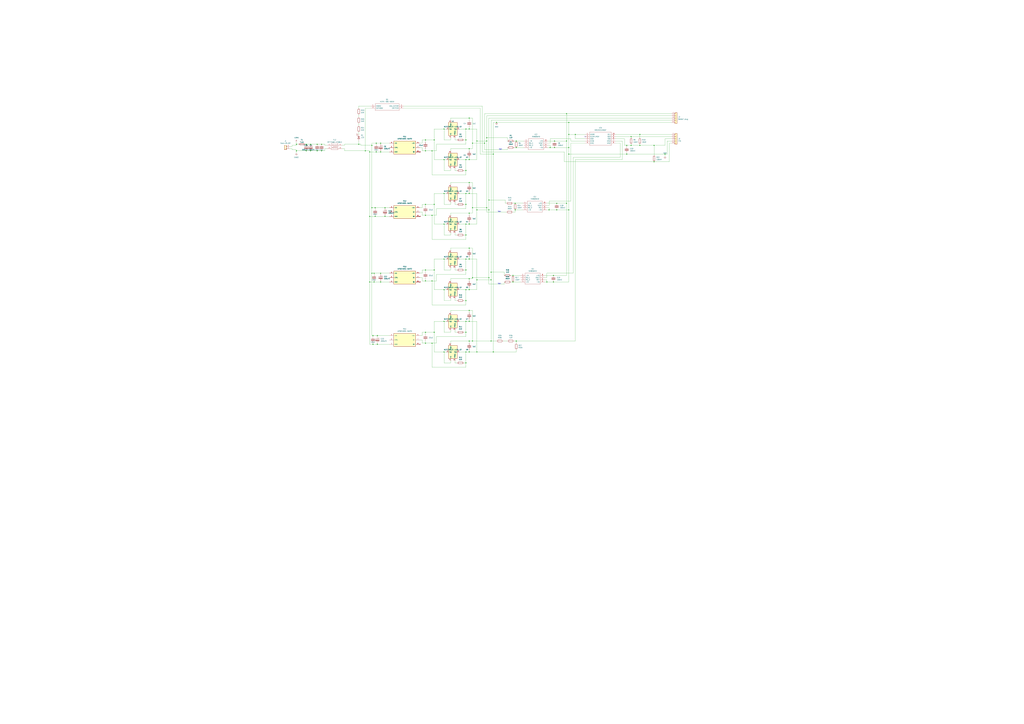
<source format=kicad_sch>
(kicad_sch (version 20230121) (generator eeschema)
  (paper "A0")
  (lib_symbols
    (symbol "1My_library:ADS1015IDGST" (pin_names (offset 0.762))
      (property "Reference" "IC" (at 31.75 7.62 0))
      (property "Value" "ADS1015IDGST" (at 31.75 5.08 0))
      (symbol "ADS1015IDGST_0_0"
        (pin passive line (at 0 0 0) (length 5.08) (name "ADDR") (number "1"))
        (pin passive line (at 35.56 0 180) (length 5.08) (name "SCL") (number "10"))
        (pin passive line (at 0 -2.54 0) (length 5.08) (name "ALERT/RDY") (number "2"))
        (pin passive line (at 0 -5.08 0) (length 5.08) (name "GND") (number "3"))
        (pin passive line (at 0 -7.62 0) (length 5.08) (name "AIN0") (number "4"))
        (pin passive line (at 0 -10.16 0) (length 5.08) (name "AIN1") (number "5"))
        (pin passive line (at 35.56 -10.16 180) (length 5.08) (name "AIN2") (number "6"))
        (pin passive line (at 35.56 -7.62 180) (length 5.08) (name "AIN3") (number "7"))
        (pin passive line (at 35.56 -5.08 180) (length 5.08) (name "VDD") (number "8"))
        (pin passive line (at 35.56 -2.54 180) (length 5.08) (name "SDA") (number "9"))
      )
    )
    (symbol "1My_library:DFT7160-475BLC" (pin_names (offset 0.762))
      (property "Reference" "FL" (at -3.81 7.62 0))
      (property "Value" "DFT7160-475BLC" (at 30.48 5.08 0))
      (symbol "DFT7160-475BLC_1_0"
        (pin passive line (at -8.89 1.27 0) (length 5.08) (name "") (number "1"))
        (pin passive line (at -8.89 -2.54 0) (length 5.08) (name "") (number "2"))
        (pin passive line (at 8.89 -2.54 180) (length 5.08) (name "") (number "3"))
        (pin passive line (at 8.89 1.27 180) (length 5.08) (name "") (number "4"))
      )
    )
    (symbol "1My_library:HCPL-181-00DE" (pin_names (offset 0.762))
      (property "Reference" "Q" (at 34.29 7.62 0))
      (property "Value" "HCPL-181-00DE" (at 34.29 5.08 0))
      (symbol "HCPL-181-00DE_0_0"
        (pin passive line (at 0 0 0) (length 5.08) (name "ANODE") (number "1"))
        (pin passive line (at 0 -2.54 0) (length 5.08) (name "CATHODE") (number "2"))
        (pin passive line (at 38.1 -2.54 180) (length 5.08) (name "EMITTER") (number "3"))
        (pin passive line (at 38.1 0 180) (length 5.08) (name "COLLECTOR") (number "4"))
      )
    )
    (symbol "1My_library:INA826AID" (pin_names (offset 0.762))
      (property "Reference" "IC" (at 24.13 7.62 0))
      (property "Value" "INA826AID" (at 24.13 5.08 0))
      (symbol "INA826AID_0_0"
        (pin passive line (at 0 0 0) (length 5.08) (name "-IN") (number "1"))
        (pin passive line (at 0 -2.54 0) (length 5.08) (name "RG_1") (number "2"))
        (pin passive line (at 0 -5.08 0) (length 5.08) (name "RG_2") (number "3"))
        (pin passive line (at 0 -7.62 0) (length 5.08) (name "+IN") (number "4"))
        (pin passive line (at 27.94 -7.62 180) (length 5.08) (name "-VS") (number "5"))
        (pin passive line (at 27.94 -5.08 180) (length 5.08) (name "REF") (number "6"))
        (pin passive line (at 27.94 -2.54 180) (length 5.08) (name "VOUT") (number "7"))
        (pin passive line (at 27.94 0 180) (length 5.08) (name "+VS") (number "8"))
      )
    )
    (symbol "1My_library:URB2405S-6WR3" (pin_names (offset 1.016))
      (property "Reference" "PS" (at -12.7 8.89 0))
      (property "Value" "URB2405S-6WR3" (at -12.7 -10.16 0))
      (symbol "URB2405S-6WR3_0_0"
        (pin power_in line (at -17.78 -5.08 0) (length 5.08) (name "GND") (number "1"))
        (pin input line (at -17.78 5.08 0) (length 5.08) (name "VIN") (number "2"))
        (pin input line (at -17.78 0 0) (length 5.08) (name "CTRL") (number "3"))
        (pin no_connect line (at 17.78 -5.08 180) (length 5.08) (name "NC") (number "5"))
        (pin output line (at 17.78 5.08 180) (length 5.08) (name "+VO") (number "6"))
        (pin passive line (at 17.78 0 180) (length 5.08) (name "0V") (number "7"))
        (pin no_connect line (at 17.78 -5.08 180) (length 5.08) (name "NC") (number "8"))
      )
    )
    (symbol "Battery_Management:MCP73812T-420I-OT"
      (property "Reference" "U" (at -6.35 6.35 0))
      (property "Value" "MCP73812T-420I-OT" (at 1.27 6.35 0))
      (symbol "MCP73812T-420I-OT_1_1"
        (pin input line (at -10.16 2.54 0) (length 2.54) (name "CE") (number "1"))
        (pin power_in line (at 0 -7.62 90) (length 2.54) (name "V_{SS}") (number "2"))
        (pin power_out line (at 10.16 2.54 180) (length 2.54) (name "V_{BAT}") (number "3"))
        (pin power_in line (at 0 7.62 270) (length 2.54) (name "V_{DD}") (number "4"))
        (pin input line (at -10.16 -2.54 0) (length 2.54) (name "PROG") (number "5"))
      )
    )
    (symbol "C_1" (pin_numbers hide) (pin_names (offset 0.254))
      (property "Reference" "C" (at 0.635 2.54 0))
      (property "Value" "C" (at 0.635 -2.54 0))
      (symbol "C_1_1_1"
        (pin passive line (at 0 3.81 270) (length 2.794) (name "~") (number "1"))
        (pin passive line (at 0 -3.81 90) (length 2.794) (name "~") (number "2"))
      )
    )
    (symbol "Connector_Generic:Conn_01x02" (pin_names (offset 1.016) hide)
      (property "Reference" "J" (at 0 2.54 0))
      (property "Value" "Conn_01x02" (at 0 -5.08 0))
      (symbol "Conn_01x02_1_1"
        (pin passive line (at -5.08 0 0) (length 3.81) (name "Pin_1") (number "1"))
        (pin passive line (at -5.08 -2.54 0) (length 3.81) (name "Pin_2") (number "2"))
      )
    )
    (symbol "Connector_Generic:Conn_01x05" (pin_names (offset 1.016) hide)
      (property "Reference" "J" (at 0 7.62 0))
      (property "Value" "Conn_01x05" (at 0 -7.62 0))
      (symbol "Conn_01x05_1_1"
        (pin passive line (at -5.08 5.08 0) (length 3.81) (name "Pin_1") (number "1"))
        (pin passive line (at -5.08 2.54 0) (length 3.81) (name "Pin_2") (number "2"))
        (pin passive line (at -5.08 0 0) (length 3.81) (name "Pin_3") (number "3"))
        (pin passive line (at -5.08 -2.54 0) (length 3.81) (name "Pin_4") (number "4"))
        (pin passive line (at -5.08 -5.08 0) (length 3.81) (name "Pin_5") (number "5"))
      )
    )
    (symbol "Device:C" (pin_numbers hide) (pin_names (offset 0.254))
      (property "Reference" "C" (at 0.635 2.54 0))
      (property "Value" "C" (at 0.635 -2.54 0))
      (symbol "C_1_1"
        (pin passive line (at 0 3.81 270) (length 2.794) (name "~") (number "1"))
        (pin passive line (at 0 -3.81 90) (length 2.794) (name "~") (number "2"))
      )
    )
    (symbol "Device:Fuse" (pin_numbers hide) (pin_names (offset 0))
      (property "Reference" "F" (at 2.032 0 90))
      (property "Value" "Fuse" (at -1.905 0 90))
      (symbol "Fuse_1_1"
        (pin passive line (at 0 3.81 270) (length 1.27) (name "~") (number "1"))
        (pin passive line (at 0 -3.81 90) (length 1.27) (name "~") (number "2"))
      )
    )
    (symbol "Device:LED" (pin_numbers hide) (pin_names (offset 1.016) hide)
      (property "Reference" "D" (at 0 2.54 0))
      (property "Value" "LED" (at 0 -2.54 0))
      (symbol "LED_1_1"
        (pin passive line (at -3.81 0 0) (length 2.54) (name "K") (number "1"))
        (pin passive line (at 3.81 0 180) (length 2.54) (name "A") (number "2"))
      )
    )
    (symbol "Device:R" (pin_numbers hide) (pin_names (offset 0))
      (property "Reference" "R" (at 2.032 0 90))
      (property "Value" "R" (at 0 0 90))
      (symbol "R_1_1"
        (pin passive line (at 0 3.81 270) (length 1.27) (name "~") (number "1"))
        (pin passive line (at 0 -3.81 90) (length 1.27) (name "~") (number "2"))
      )
    )
    (symbol "PCM_SL_Devices:Capacitor_PO"
      (property "Reference" "C" (at 0 7.62 0))
      (property "Value" "Capacitor_PO" (at 0 5.08 0))
      (symbol "Capacitor_PO_0_0"
        (text "+" (at -2.032 1.524 0) (effects (font (size 1.27 1.27))))
        (text "-" (at 2.032 1.524 0) (effects (font (size 1.27 1.27))))
      )
      (symbol "Capacitor_PO_1_1"
        (pin passive line (at -3.81 0 0) (length 2.7) (name "~") (number "1"))
        (pin input line (at 3.81 0 180) (length 2.7) (name "~") (number "2"))
      )
    )
    (symbol "power:+24V" (power) (pin_names (offset 0))
      (property "Value" "+24V" (at 0 3.556 0))
      (symbol "+24V_1_1"
        (pin power_in line (at 0 0 90) (length 0) hide (name "+24V") (number "1"))
      )
    )
    (symbol "power:GND" (power) (pin_names (offset 0))
      (property "Value" "GND" (at 0 -3.81 0))
      (symbol "GND_1_1"
        (pin power_in line (at 0 0 270) (length 0) hide (name "GND") (number "1"))
      )
    )
    (symbol "power:GND2" (power) (pin_names (offset 0))
      (property "Value" "GND2" (at 0 -3.81 0))
      (symbol "GND2_1_1"
        (pin power_in line (at 0 0 270) (length 0) hide (name "GND2") (number "1"))
      )
    )
  )
  (junction (at 570.23 396.24))
  (junction (at 759.46 168.91))
  (junction (at 660.4 171.45))
  (junction (at 515.62 149.86))
  (junction (at 657.86 132.08))
  (junction (at 772.16 179.07))
  (junction (at 433.07 389.89))
  (junction (at 504.19 313.69))
  (junction (at 548.64 322.58))
  (junction (at 570.23 325.12))
  (junction (at 494.03 386.08))
  (junction (at 660.4 142.24))
  (junction (at 544.83 373.38))
  (junction (at 637.54 243.84))
  (junction (at 742.95 168.91))
  (junction (at 515.62 185.42))
  (junction (at 360.68 167.64))
  (junction (at 435.61 241.3))
  (junction (at 544.83 288.29))
  (junction (at 544.83 185.42))
  (junction (at 668.02 156.21))
  (junction (at 438.15 400.05))
  (junction (at 642.62 320.04))
  (junction (at 598.17 243.84))
  (junction (at 515.62 373.38))
  (junction (at 660.4 243.84))
  (junction (at 515.62 336.55))
  (junction (at 732.79 168.91))
  (junction (at 727.71 168.91))
  (junction (at 727.71 179.07))
  (junction (at 570.23 316.23))
  (junction (at 565.15 160.02))
  (junction (at 544.83 408.94))
  (junction (at 598.17 236.22))
  (junction (at 515.62 300.99))
  (junction (at 541.02 198.12))
  (junction (at 657.86 163.83))
  (junction (at 541.02 162.56))
  (junction (at 544.83 149.86))
  (junction (at 541.02 336.55))
  (junction (at 599.44 396.24))
  (junction (at 447.04 251.46))
  (junction (at 643.89 163.83))
  (junction (at 742.95 156.21))
  (junction (at 572.77 179.07))
  (junction (at 494.03 237.49))
  (junction (at 567.69 243.84))
  (junction (at 553.72 243.84))
  (junction (at 494.03 175.26))
  (junction (at 562.61 166.37))
  (junction (at 441.96 327.66))
  (junction (at 541.02 224.79))
  (junction (at 344.17 175.26))
  (junction (at 544.83 212.09))
  (junction (at 544.83 396.24))
  (junction (at 595.63 320.04))
  (junction (at 544.83 172.72))
  (junction (at 643.89 171.45))
  (junction (at 434.34 327.66))
  (junction (at 429.26 251.46))
  (junction (at 642.62 327.66))
  (junction (at 541.02 273.05))
  (junction (at 548.64 166.37))
  (junction (at 438.15 389.89))
  (junction (at 355.6 167.64))
  (junction (at 429.26 327.66))
  (junction (at 541.02 149.86))
  (junction (at 494.03 398.78))
  (junction (at 494.03 162.56))
  (junction (at 657.86 236.22))
  (junction (at 368.3 167.64))
  (junction (at 433.07 400.05))
  (junction (at 431.8 241.3))
  (junction (at 548.64 241.3))
  (junction (at 360.68 175.26))
  (junction (at 541.02 386.08))
  (junction (at 501.65 326.39))
  (junction (at 373.38 167.64))
  (junction (at 515.62 224.79))
  (junction (at 436.88 176.53))
  (junction (at 441.96 317.5))
  (junction (at 494.03 326.39))
  (junction (at 599.44 171.45))
  (junction (at 541.02 237.49))
  (junction (at 541.02 260.35))
  (junction (at 544.83 336.55))
  (junction (at 553.72 163.83))
  (junction (at 567.69 232.41))
  (junction (at 429.26 176.53))
  (junction (at 436.88 166.37))
  (junction (at 595.63 327.66))
  (junction (at 576.58 142.24))
  (junction (at 501.65 398.78))
  (junction (at 548.64 396.24))
  (junction (at 646.43 243.84))
  (junction (at 494.03 313.69))
  (junction (at 355.6 175.26))
  (junction (at 732.79 158.75))
  (junction (at 544.83 300.99))
  (junction (at 646.43 236.22))
  (junction (at 515.62 260.35))
  (junction (at 567.69 322.58))
  (junction (at 572.77 408.94))
  (junction (at 635 327.66))
  (junction (at 541.02 185.42))
  (junction (at 373.38 175.26))
  (junction (at 553.72 325.12))
  (junction (at 431.8 168.91))
  (junction (at 504.19 386.08))
  (junction (at 541.02 349.25))
  (junction (at 424.18 175.26))
  (junction (at 515.62 408.94))
  (junction (at 368.3 175.26))
  (junction (at 344.17 167.64))
  (junction (at 416.56 167.64))
  (junction (at 638.81 171.45))
  (junction (at 660.4 179.07))
  (junction (at 501.65 175.26))
  (junction (at 504.19 162.56))
  (junction (at 541.02 313.69))
  (junction (at 501.65 250.19))
  (junction (at 447.04 241.3))
  (junction (at 544.83 224.79))
  (junction (at 565.15 163.83))
  (junction (at 494.03 250.19))
  (junction (at 553.72 408.94))
  (junction (at 541.02 300.99))
  (junction (at 759.46 187.96))
  (junction (at 504.19 237.49))
  (junction (at 544.83 260.35))
  (junction (at 544.83 360.68))
  (junction (at 544.83 323.85))
  (junction (at 541.02 408.94))
  (junction (at 544.83 247.65))
  (junction (at 441.96 176.53))
  (junction (at 434.34 317.5))
  (junction (at 431.8 317.5))
  (junction (at 541.02 421.64))
  (junction (at 660.4 156.21))
  (junction (at 544.83 137.16))
  (junction (at 565.15 241.3))
  (junction (at 541.02 373.38))
  (junction (at 435.61 251.46))
  (junction (at 599.44 163.83))
  (junction (at 441.96 166.37))
  (no_connect (at 679.45 158.75))
  (wire (pts (xy 585.47 316.23) (xy 585.47 320.04)))
  (wire (pts (xy 344.17 167.64) (xy 344.17 168.91)))
  (wire (pts (xy 662.94 233.68) (xy 637.54 233.68)))
  (wire (pts (xy 441.96 317.5) (xy 441.96 318.77)))
  (wire (pts (xy 570.23 396.24) (xy 548.64 396.24)))
  (wire (pts (xy 598.17 236.22) (xy 607.06 236.22)))
  (wire (pts (xy 373.38 167.64) (xy 377.19 167.64)))
  (wire (pts (xy 567.69 232.41) (xy 567.69 243.84)))
  (wire (pts (xy 538.48 349.25) (xy 541.02 349.25)))
  (wire (pts (xy 424.18 175.26) (xy 429.26 175.26)))
  (wire (pts (xy 487.68 394.97) (xy 490.22 394.97)))
  (wire (pts (xy 662.94 163.83) (xy 679.45 163.83)))
  (wire (pts (xy 523.24 237.49) (xy 515.62 237.49)))
  (wire (pts (xy 538.48 237.49) (xy 541.02 237.49)))
  (wire (pts (xy 515.62 149.86) (xy 518.16 149.86)))
  (wire (pts (xy 662.94 166.37) (xy 662.94 233.68)))
  (wire (pts (xy 544.83 172.72) (xy 544.83 175.26)))
  (wire (pts (xy 570.23 325.12) (xy 570.23 396.24)))
  (wire (pts (xy 657.86 236.22) (xy 657.86 320.04)))
  (wire (pts (xy 431.8 317.5) (xy 431.8 389.89)))
  (wire (pts (xy 523.24 323.85) (xy 544.83 323.85)))
  (wire (pts (xy 565.15 160.02) (xy 589.28 160.02)))
  (wire (pts (xy 424.18 125.73) (xy 424.18 175.26)))
  (wire (pts (xy 504.19 224.79) (xy 504.19 237.49)))
  (wire (pts (xy 434.34 317.5) (xy 434.34 318.77)))
  (wire (pts (xy 759.46 168.91) (xy 772.16 168.91)))
  (wire (pts (xy 431.8 241.3) (xy 431.8 317.5)))
  (wire (pts (xy 360.68 167.64) (xy 368.3 167.64)))
  (wire (pts (xy 368.3 175.26) (xy 373.38 175.26)))
  (wire (pts (xy 668.02 185.42) (xy 722.63 185.42)))
  (wire (pts (xy 596.9 396.24) (xy 599.44 396.24)))
  (wire (pts (xy 436.88 175.26) (xy 436.88 176.53)))
  (wire (pts (xy 523.24 273.05) (xy 515.62 273.05)))
  (wire (pts (xy 679.45 166.37) (xy 662.94 166.37)))
  (wire (pts (xy 679.45 156.21) (xy 668.02 156.21)))
  (wire (pts (xy 541.02 426.72) (xy 541.02 421.64)))
  (wire (pts (xy 490.22 237.49) (xy 490.22 241.3)))
  (wire (pts (xy 732.79 167.64) (xy 732.79 168.91)))
  (wire (pts (xy 595.63 236.22) (xy 598.17 236.22)))
  (wire (pts (xy 523.24 383.54) (xy 523.24 386.08)))
  (wire (pts (xy 441.96 166.37) (xy 452.12 166.37)))
  (wire (pts (xy 504.19 162.56) (xy 504.19 185.42)))
  (wire (pts (xy 424.18 125.73) (xy 430.53 125.73)))
  (wire (pts (xy 528.32 383.54) (xy 528.32 386.08)))
  (wire (pts (xy 548.64 322.58) (xy 548.64 323.85)))
  (wire (pts (xy 494.03 323.85) (xy 494.03 326.39)))
  (wire (pts (xy 436.88 166.37) (xy 436.88 167.64)))
  (wire (pts (xy 732.79 168.91) (xy 742.95 168.91)))
  (wire (pts (xy 506.73 167.64) (xy 506.73 175.26)))
  (wire (pts (xy 655.32 187.96) (xy 759.46 187.96)))
  (wire (pts (xy 541.02 318.77) (xy 541.02 313.69)))
  (wire (pts (xy 727.71 168.91) (xy 725.17 168.91)))
  (wire (pts (xy 490.22 313.69) (xy 494.03 313.69)))
  (wire (pts (xy 436.88 166.37) (xy 441.96 166.37)))
  (wire (pts (xy 523.24 421.64) (xy 515.62 421.64)))
  (wire (pts (xy 429.26 327.66) (xy 429.26 400.05)))
  (wire (pts (xy 528.32 311.15) (xy 528.32 313.69)))
  (wire (pts (xy 632.46 322.58) (xy 635 322.58)))
  (wire (pts (xy 434.34 326.39) (xy 434.34 327.66)))
  (wire (pts (xy 435.61 241.3) (xy 447.04 241.3)))
  (wire (pts (xy 523.24 313.69) (xy 515.62 313.69)))
  (wire (pts (xy 774.7 163.83) (xy 779.78 163.83)))
  (wire (pts (xy 553.72 325.12) (xy 553.72 336.55)))
  (wire (pts (xy 541.02 300.99) (xy 544.83 300.99)))
  (wire (pts (xy 490.22 386.08) (xy 490.22 389.89)))
  (wire (pts (xy 447.04 241.3) (xy 447.04 242.57)))
  (wire (pts (xy 501.65 326.39) (xy 501.65 354.33)))
  (wire (pts (xy 447.04 250.19) (xy 447.04 251.46)))
  (wire (pts (xy 544.83 360.68) (xy 548.64 360.68)))
  (wire (pts (xy 431.8 389.89) (xy 433.07 389.89)))
  (wire (pts (xy 490.22 317.5) (xy 487.68 317.5)))
  (wire (pts (xy 490.22 171.45) (xy 490.22 175.26)))
  (wire (pts (xy 772.16 179.07) (xy 774.7 179.07)))
  (wire (pts (xy 419.1 168.91) (xy 431.8 168.91)))
  (wire (pts (xy 599.44 171.45) (xy 608.33 171.45)))
  (wire (pts (xy 538.48 313.69) (xy 541.02 313.69)))
  (wire (pts (xy 344.17 175.26) (xy 344.17 173.99)))
  (wire (pts (xy 336.55 170.18) (xy 339.09 170.18)))
  (wire (pts (xy 544.83 300.99) (xy 553.72 300.99)))
  (wire (pts (xy 544.83 212.09) (xy 548.64 212.09)))
  (wire (pts (xy 515.62 224.79) (xy 518.16 224.79)))
  (wire (pts (xy 528.32 421.64) (xy 530.86 421.64)))
  (wire (pts (xy 774.7 179.07) (xy 774.7 163.83)))
  (wire (pts (xy 548.64 166.37) (xy 562.61 166.37)))
  (wire (pts (xy 504.19 237.49) (xy 504.19 260.35)))
  (wire (pts (xy 504.19 224.79) (xy 515.62 224.79)))
  (wire (pts (xy 515.62 421.64) (xy 515.62 408.94)))
  (wire (pts (xy 657.86 132.08) (xy 657.86 163.83)))
  (wire (pts (xy 567.69 330.2) (xy 567.69 322.58)))
  (wire (pts (xy 642.62 320.04) (xy 657.86 320.04)))
  (wire (pts (xy 541.02 349.25) (xy 541.02 336.55)))
  (wire (pts (xy 344.17 167.64) (xy 346.71 167.64)))
  (wire (pts (xy 538.48 162.56) (xy 541.02 162.56)))
  (wire (pts (xy 431.8 317.5) (xy 434.34 317.5)))
  (wire (pts (xy 742.95 167.64) (xy 742.95 168.91)))
  (wire (pts (xy 636.27 171.45) (xy 638.81 171.45)))
  (wire (pts (xy 567.69 243.84) (xy 567.69 322.58)))
  (wire (pts (xy 523.24 212.09) (xy 544.83 212.09)))
  (wire (pts (xy 548.64 241.3) (xy 548.64 247.65)))
  (wire (pts (xy 501.65 250.19) (xy 506.73 250.19)))
  (wire (pts (xy 599.44 408.94) (xy 572.77 408.94)))
  (wire (pts (xy 538.48 386.08) (xy 541.02 386.08)))
  (wire (pts (xy 441.96 175.26) (xy 441.96 176.53)))
  (wire (pts (xy 494.03 162.56) (xy 504.19 162.56)))
  (wire (pts (xy 468.63 125.73) (xy 557.53 125.73)))
  (wire (pts (xy 523.24 349.25) (xy 515.62 349.25)))
  (wire (pts (xy 635 236.22) (xy 646.43 236.22)))
  (wire (pts (xy 544.83 137.16) (xy 548.64 137.16)))
  (wire (pts (xy 504.19 336.55) (xy 515.62 336.55)))
  (wire (pts (xy 662.94 163.83) (xy 662.94 161.29)))
  (wire (pts (xy 416.56 163.83) (xy 416.56 167.64)))
  (wire (pts (xy 668.02 156.21) (xy 668.02 161.29)))
  (wire (pts (xy 504.19 408.94) (xy 515.62 408.94)))
  (wire (pts (xy 585.47 327.66) (xy 585.47 330.2)))
  (wire (pts (xy 501.65 175.26) (xy 506.73 175.26)))
  (wire (pts (xy 400.05 172.72) (xy 397.51 172.72)))
  (wire (pts (xy 553.72 373.38) (xy 553.72 408.94)))
  (wire (pts (xy 523.24 311.15) (xy 523.24 313.69)))
  (wire (pts (xy 544.83 336.55) (xy 553.72 336.55)))
  (wire (pts (xy 490.22 394.97) (xy 490.22 398.78)))
  (wire (pts (xy 339.09 168.91) (xy 344.17 168.91)))
  (wire (pts (xy 541.02 260.35) (xy 544.83 260.35)))
  (wire (pts (xy 541.02 278.13) (xy 541.02 273.05)))
  (wire (pts (xy 538.48 273.05) (xy 541.02 273.05)))
  (wire (pts (xy 637.54 241.3) (xy 637.54 243.84)))
  (wire (pts (xy 638.81 161.29) (xy 638.81 166.37)))
  (wire (pts (xy 431.8 168.91) (xy 431.8 241.3)))
  (wire (pts (xy 548.64 241.3) (xy 565.15 241.3)))
  (wire (pts (xy 494.03 326.39) (xy 501.65 326.39)))
  (wire (pts (xy 339.09 172.72) (xy 339.09 173.99)))
  (wire (pts (xy 576.58 142.24) (xy 660.4 142.24)))
  (wire (pts (xy 528.32 313.69) (xy 530.86 313.69)))
  (wire (pts (xy 523.24 139.7) (xy 523.24 137.16)))
  (wire (pts (xy 400.05 167.64) (xy 400.05 168.91)))
  (wire (pts (xy 523.24 288.29) (xy 544.83 288.29)))
  (wire (pts (xy 562.61 173.99) (xy 589.28 173.99)))
  (wire (pts (xy 544.83 212.09) (xy 544.83 214.63)))
  (wire (pts (xy 635 317.5) (xy 665.48 317.5)))
  (wire (pts (xy 720.09 182.88) (xy 720.09 166.37)))
  (wire (pts (xy 570.23 325.12) (xy 570.23 316.23)))
  (wire (pts (xy 429.26 327.66) (xy 434.34 327.66)))
  (wire (pts (xy 544.83 172.72) (xy 548.64 172.72)))
  (wire (pts (xy 544.83 137.16) (xy 544.83 139.7)))
  (wire (pts (xy 732.79 158.75) (xy 779.78 158.75)))
  (wire (pts (xy 431.8 166.37) (xy 431.8 168.91)))
  (wire (pts (xy 553.72 163.83) (xy 565.15 163.83)))
  (wire (pts (xy 548.64 137.16) (xy 548.64 166.37)))
  (wire (pts (xy 589.28 173.99) (xy 589.28 171.45)))
  (wire (pts (xy 548.64 322.58) (xy 567.69 322.58)))
  (wire (pts (xy 599.44 163.83) (xy 608.33 163.83)))
  (wire (pts (xy 494.03 316.23) (xy 494.03 313.69)))
  (wire (pts (xy 528.32 273.05) (xy 530.86 273.05)))
  (wire (pts (xy 777.24 166.37) (xy 779.78 166.37)))
  (wire (pts (xy 570.23 316.23) (xy 570.23 139.7)))
  (wire (pts (xy 567.69 232.41) (xy 586.74 232.41)))
  (wire (pts (xy 504.19 386.08) (xy 504.19 408.94)))
  (wire (pts (xy 354.33 167.64) (xy 355.6 167.64)))
  (wire (pts (xy 541.02 185.42) (xy 544.83 185.42)))
  (wire (pts (xy 506.73 391.16) (xy 506.73 398.78)))
  (wire (pts (xy 501.65 398.78) (xy 501.65 426.72)))
  (wire (pts (xy 588.01 246.38) (xy 565.15 246.38)))
  (wire (pts (xy 562.61 132.08) (xy 657.86 132.08)))
  (wire (pts (xy 501.65 354.33) (xy 541.02 354.33)))
  (wire (pts (xy 646.43 236.22) (xy 657.86 236.22)))
  (wire (pts (xy 567.69 137.16) (xy 567.69 232.41)))
  (wire (pts (xy 523.24 162.56) (xy 515.62 162.56)))
  (wire (pts (xy 377.19 167.64) (xy 377.19 168.91)))
  (wire (pts (xy 523.24 234.95) (xy 523.24 237.49)))
  (wire (pts (xy 490.22 166.37) (xy 487.68 166.37)))
  (wire (pts (xy 435.61 250.19) (xy 435.61 251.46)))
  (wire (pts (xy 635 238.76) (xy 637.54 238.76)))
  (wire (pts (xy 355.6 167.64) (xy 360.68 167.64)))
  (wire (pts (xy 586.74 236.22) (xy 588.01 236.22)))
  (wire (pts (xy 515.62 162.56) (xy 515.62 149.86)))
  (wire (pts (xy 504.19 149.86) (xy 504.19 162.56)))
  (wire (pts (xy 660.4 179.07) (xy 660.4 243.84)))
  (wire (pts (xy 501.65 278.13) (xy 541.02 278.13)))
  (wire (pts (xy 727.71 168.91) (xy 732.79 168.91)))
  (wire (pts (xy 515.62 300.99) (xy 518.16 300.99)))
  (wire (pts (xy 538.48 198.12) (xy 541.02 198.12)))
  (wire (pts (xy 515.62 386.08) (xy 515.62 373.38)))
  (wire (pts (xy 544.83 247.65) (xy 544.83 250.19)))
  (wire (pts (xy 438.15 389.89) (xy 438.15 391.16)))
  (wire (pts (xy 431.8 241.3) (xy 435.61 241.3)))
  (wire (pts (xy 339.09 168.91) (xy 339.09 170.18)))
  (wire (pts (xy 490.22 175.26) (xy 494.03 175.26)))
  (wire (pts (xy 523.24 346.71) (xy 523.24 349.25)))
  (wire (pts (xy 541.02 336.55) (xy 533.4 336.55)))
  (wire (pts (xy 599.44 396.24) (xy 668.02 396.24)))
  (wire (pts (xy 429.26 251.46) (xy 429.26 327.66)))
  (wire (pts (xy 494.03 240.03) (xy 494.03 237.49)))
  (wire (pts (xy 541.02 408.94) (xy 533.4 408.94)))
  (wire (pts (xy 501.65 398.78) (xy 506.73 398.78)))
  (wire (pts (xy 434.34 317.5) (xy 441.96 317.5)))
  (wire (pts (xy 638.81 166.37) (xy 636.27 166.37)))
  (wire (pts (xy 523.24 198.12) (xy 515.62 198.12)))
  (wire (pts (xy 635 241.3) (xy 637.54 241.3)))
  (wire (pts (xy 506.73 391.16) (xy 541.02 391.16)))
  (wire (pts (xy 523.24 290.83) (xy 523.24 288.29)))
  (wire (pts (xy 593.09 320.04) (xy 595.63 320.04)))
  (wire (pts (xy 544.83 288.29) (xy 548.64 288.29)))
  (wire (pts (xy 553.72 224.79) (xy 553.72 243.84)))
  (wire (pts (xy 501.65 203.2) (xy 541.02 203.2)))
  (wire (pts (xy 665.48 317.5) (xy 665.48 182.88)))
  (wire (pts (xy 523.24 398.78) (xy 523.24 396.24)))
  (wire (pts (xy 541.02 408.94) (xy 544.83 408.94)))
  (wire (pts (xy 429.26 251.46) (xy 435.61 251.46)))
  (wire (pts (xy 434.34 327.66) (xy 441.96 327.66)))
  (wire (pts (xy 501.65 175.26) (xy 501.65 203.2)))
  (wire (pts (xy 468.63 123.19) (xy 560.07 123.19)))
  (wire (pts (xy 544.83 260.35) (xy 553.72 260.35)))
  (wire (pts (xy 490.22 398.78) (xy 494.03 398.78)))
  (wire (pts (xy 506.73 242.57) (xy 506.73 250.19)))
  (wire (pts (xy 715.01 161.29) (xy 725.17 161.29)))
  (wire (pts (xy 344.17 175.26) (xy 355.6 175.26)))
  (wire (pts (xy 506.73 318.77) (xy 506.73 326.39)))
  (wire (pts (xy 560.07 176.53) (xy 655.32 176.53)))
  (wire (pts (xy 544.83 396.24) (xy 548.64 396.24)))
  (wire (pts (xy 419.1 167.64) (xy 419.1 168.91)))
  (wire (pts (xy 435.61 241.3) (xy 435.61 242.57)))
  (wire (pts (xy 523.24 363.22) (xy 523.24 360.68)))
  (wire (pts (xy 541.02 242.57) (xy 541.02 237.49)))
  (wire (pts (xy 553.72 300.99) (xy 553.72 325.12)))
  (wire (pts (xy 544.83 182.88) (xy 544.83 185.42)))
  (wire (pts (xy 429.26 400.05) (xy 433.07 400.05)))
  (wire (pts (xy 504.19 149.86) (xy 515.62 149.86)))
  (wire (pts (xy 416.56 167.64) (xy 419.1 167.64)))
  (wire (pts (xy 635 327.66) (xy 642.62 327.66)))
  (wire (pts (xy 722.63 163.83) (xy 715.01 163.83)))
  (wire (pts (xy 722.63 185.42) (xy 722.63 163.83)))
  (wire (pts (xy 742.95 156.21) (xy 742.95 160.02)))
  (wire (pts (xy 544.83 257.81) (xy 544.83 260.35)))
  (wire (pts (xy 541.02 336.55) (xy 544.83 336.55)))
  (wire (pts (xy 657.86 132.08) (xy 779.78 132.08)))
  (wire (pts (xy 368.3 167.64) (xy 373.38 167.64)))
  (wire (pts (xy 494.03 172.72) (xy 494.03 175.26)))
  (wire (pts (xy 599.44 398.78) (xy 599.44 396.24)))
  (wire (pts (xy 572.77 142.24) (xy 572.77 179.07)))
  (wire (pts (xy 373.38 175.26) (xy 377.19 175.26)))
  (wire (pts (xy 441.96 166.37) (xy 441.96 167.64)))
  (wire (pts (xy 494.03 388.62) (xy 494.03 386.08)))
  (wire (pts (xy 544.83 247.65) (xy 548.64 247.65)))
  (wire (pts (xy 528.32 419.1) (xy 528.32 421.64)))
  (wire (pts (xy 660.4 156.21) (xy 660.4 171.45)))
  (wire (pts (xy 515.62 237.49) (xy 515.62 224.79)))
  (wire (pts (xy 541.02 149.86) (xy 544.83 149.86)))
  (wire (pts (xy 727.71 179.07) (xy 772.16 179.07)))
  (wire (pts (xy 544.83 222.25) (xy 544.83 224.79)))
  (wire (pts (xy 720.09 166.37) (xy 715.01 166.37)))
  (wire (pts (xy 541.02 260.35) (xy 533.4 260.35)))
  (wire (pts (xy 562.61 166.37) (xy 562.61 173.99)))
  (wire (pts (xy 515.62 313.69) (xy 515.62 300.99)))
  (wire (pts (xy 548.64 288.29) (xy 548.64 322.58)))
  (wire (pts (xy 377.19 168.91) (xy 379.73 168.91)))
  (wire (pts (xy 544.83 323.85) (xy 544.83 326.39)))
  (wire (pts (xy 660.4 171.45) (xy 660.4 179.07)))
  (wire (pts (xy 515.62 373.38) (xy 518.16 373.38)))
  (wire (pts (xy 400.05 175.26) (xy 400.05 172.72)))
  (wire (pts (xy 494.03 165.1) (xy 494.03 162.56)))
  (wire (pts (xy 515.62 198.12) (xy 515.62 185.42)))
  (wire (pts (xy 416.56 133.35) (xy 416.56 135.89)))
  (wire (pts (xy 668.02 161.29) (xy 679.45 161.29)))
  (wire (pts (xy 553.72 163.83) (xy 553.72 185.42)))
  (wire (pts (xy 637.54 243.84) (xy 646.43 243.84)))
  (wire (pts (xy 400.05 175.26) (xy 424.18 175.26)))
  (wire (pts (xy 523.24 160.02) (xy 523.24 162.56)))
  (wire (pts (xy 487.68 322.58) (xy 490.22 322.58)))
  (wire (pts (xy 637.54 233.68) (xy 637.54 238.76)))
  (wire (pts (xy 528.32 346.71) (xy 528.32 349.25)))
  (wire (pts (xy 504.19 185.42) (xy 515.62 185.42)))
  (wire (pts (xy 523.24 195.58) (xy 523.24 198.12)))
  (wire (pts (xy 438.15 400.05) (xy 452.12 400.05)))
  (wire (pts (xy 657.86 163.83) (xy 657.86 236.22)))
  (wire (pts (xy 544.83 408.94) (xy 553.72 408.94)))
  (wire (pts (xy 557.53 125.73) (xy 557.53 179.07)))
  (wire (pts (xy 490.22 246.38) (xy 490.22 250.19)))
  (wire (pts (xy 360.68 175.26) (xy 368.3 175.26)))
  (wire (pts (xy 490.22 313.69) (xy 490.22 317.5)))
  (wire (pts (xy 662.94 161.29) (xy 638.81 161.29)))
  (wire (pts (xy 544.83 406.4) (xy 544.83 408.94)))
  (wire (pts (xy 447.04 251.46) (xy 452.12 251.46)))
  (wire (pts (xy 544.83 370.84) (xy 544.83 373.38)))
  (wire (pts (xy 490.22 386.08) (xy 494.03 386.08)))
  (wire (pts (xy 504.19 373.38) (xy 504.19 386.08)))
  (wire (pts (xy 544.83 288.29) (xy 544.83 290.83)))
  (wire (pts (xy 541.02 273.05) (xy 541.02 260.35)))
  (wire (pts (xy 490.22 241.3) (xy 487.68 241.3)))
  (wire (pts (xy 541.02 300.99) (xy 533.4 300.99)))
  (wire (pts (xy 504.19 300.99) (xy 504.19 313.69)))
  (wire (pts (xy 490.22 250.19) (xy 494.03 250.19)))
  (wire (pts (xy 528.32 195.58) (xy 528.32 198.12)))
  (wire (pts (xy 541.02 386.08) (xy 541.02 373.38)))
  (wire (pts (xy 660.4 142.24) (xy 779.78 142.24)))
  (wire (pts (xy 494.03 175.26) (xy 501.65 175.26)))
  (wire (pts (xy 725.17 161.29) (xy 725.17 168.91)))
  (wire (pts (xy 557.53 179.07) (xy 572.77 179.07)))
  (wire (pts (xy 506.73 242.57) (xy 541.02 242.57)))
  (wire (pts (xy 544.83 149.86) (xy 553.72 149.86)))
  (wire (pts (xy 589.28 160.02) (xy 589.28 163.83)))
  (wire (pts (xy 544.83 185.42) (xy 553.72 185.42)))
  (wire (pts (xy 541.02 391.16) (xy 541.02 386.08)))
  (wire (pts (xy 727.71 179.07) (xy 727.71 177.8)))
  (wire (pts (xy 544.83 334.01) (xy 544.83 336.55)))
  (wire (pts (xy 541.02 162.56) (xy 541.02 149.86)))
  (wire (pts (xy 504.19 260.35) (xy 515.62 260.35)))
  (wire (pts (xy 548.64 212.09) (xy 548.64 241.3)))
  (wire (pts (xy 377.19 175.26) (xy 377.19 172.72)))
  (wire (pts (xy 660.4 156.21) (xy 668.02 156.21)))
  (wire (pts (xy 515.62 349.25) (xy 515.62 336.55)))
  (wire (pts (xy 598.17 246.38) (xy 598.17 243.84)))
  (wire (pts (xy 523.24 172.72) (xy 544.83 172.72)))
  (wire (pts (xy 487.68 171.45) (xy 490.22 171.45)))
  (wire (pts (xy 548.64 360.68) (xy 548.64 396.24)))
  (wire (pts (xy 544.83 298.45) (xy 544.83 300.99)))
  (wire (pts (xy 435.61 251.46) (xy 447.04 251.46)))
  (wire (pts (xy 595.63 246.38) (xy 598.17 246.38)))
  (wire (pts (xy 572.77 142.24) (xy 576.58 142.24)))
  (wire (pts (xy 660.4 243.84) (xy 660.4 327.66)))
  (wire (pts (xy 544.83 147.32) (xy 544.83 149.86)))
  (wire (pts (xy 528.32 270.51) (xy 528.32 273.05)))
  (wire (pts (xy 441.96 326.39) (xy 441.96 327.66)))
  (wire (pts (xy 541.02 149.86) (xy 533.4 149.86)))
  (wire (pts (xy 416.56 123.19) (xy 416.56 125.73)))
  (wire (pts (xy 344.17 175.26) (xy 344.17 177.8)))
  (wire (pts (xy 655.32 176.53) (xy 655.32 187.96)))
  (wire (pts (xy 772.16 161.29) (xy 779.78 161.29)))
  (wire (pts (xy 523.24 270.51) (xy 523.24 273.05)))
  (wire (pts (xy 523.24 386.08) (xy 515.62 386.08)))
  (wire (pts (xy 544.83 396.24) (xy 544.83 398.78)))
  (wire (pts (xy 553.72 149.86) (xy 553.72 163.83)))
  (wire (pts (xy 429.26 175.26) (xy 429.26 176.53)))
  (wire (pts (xy 668.02 396.24) (xy 668.02 185.42)))
  (wire (pts (xy 506.73 318.77) (xy 541.02 318.77)))
  (wire (pts (xy 593.09 327.66) (xy 595.63 327.66)))
  (wire (pts (xy 553.72 243.84) (xy 567.69 243.84)))
  (wire (pts (xy 665.48 182.88) (xy 720.09 182.88)))
  (wire (pts (xy 541.02 373.38) (xy 544.83 373.38)))
  (wire (pts (xy 515.62 408.94) (xy 518.16 408.94)))
  (wire (pts (xy 490.22 322.58) (xy 490.22 326.39)))
  (wire (pts (xy 541.02 185.42) (xy 533.4 185.42)))
  (wire (pts (xy 528.32 162.56) (xy 530.86 162.56)))
  (wire (pts (xy 506.73 167.64) (xy 541.02 167.64)))
  (wire (pts (xy 638.81 168.91) (xy 638.81 171.45)))
  (wire (pts (xy 570.23 316.23) (xy 585.47 316.23)))
  (wire (pts (xy 759.46 180.34) (xy 759.46 168.91)))
  (wire (pts (xy 515.62 260.35) (xy 518.16 260.35)))
  (wire (pts (xy 504.19 373.38) (xy 515.62 373.38)))
  (wire (pts (xy 759.46 187.96) (xy 777.24 187.96)))
  (wire (pts (xy 715.01 156.21) (xy 742.95 156.21)))
  (wire (pts (xy 567.69 137.16) (xy 779.78 137.16)))
  (wire (pts (xy 565.15 163.83) (xy 565.15 241.3)))
  (wire (pts (xy 548.64 166.37) (xy 548.64 172.72)))
  (wire (pts (xy 715.01 158.75) (xy 732.79 158.75)))
  (wire (pts (xy 523.24 360.68) (xy 544.83 360.68)))
  (wire (pts (xy 355.6 175.26) (xy 360.68 175.26)))
  (wire (pts (xy 541.02 224.79) (xy 533.4 224.79)))
  (wire (pts (xy 572.77 179.07) (xy 572.77 408.94)))
  (wire (pts (xy 541.02 224.79) (xy 544.83 224.79)))
  (wire (pts (xy 523.24 326.39) (xy 523.24 323.85)))
  (wire (pts (xy 544.83 373.38) (xy 553.72 373.38)))
  (wire (pts (xy 553.72 325.12) (xy 570.23 325.12)))
  (wire (pts (xy 523.24 396.24) (xy 544.83 396.24)))
  (wire (pts (xy 777.24 166.37) (xy 777.24 187.96)))
  (wire (pts (xy 494.03 237.49) (xy 504.19 237.49)))
  (wire (pts (xy 515.62 185.42) (xy 518.16 185.42)))
  (wire (pts (xy 447.04 241.3) (xy 452.12 241.3)))
  (wire (pts (xy 638.81 171.45) (xy 643.89 171.45)))
  (wire (pts (xy 632.46 327.66) (xy 635 327.66)))
  (wire (pts (xy 635 325.12) (xy 635 327.66)))
  (wire (pts (xy 523.24 214.63) (xy 523.24 212.09)))
  (wire (pts (xy 544.83 323.85) (xy 548.64 323.85)))
  (wire (pts (xy 772.16 168.91) (xy 772.16 161.29)))
  (wire (pts (xy 779.78 134.62) (xy 565.15 134.62)))
  (wire (pts (xy 344.17 165.1) (xy 344.17 167.64)))
  (wire (pts (xy 599.44 406.4) (xy 599.44 408.94)))
  (wire (pts (xy 643.89 171.45) (xy 660.4 171.45)))
  (wire (pts (xy 494.03 386.08) (xy 504.19 386.08)))
  (wire (pts (xy 528.32 349.25) (xy 530.86 349.25)))
  (wire (pts (xy 560.07 176.53) (xy 560.07 123.19)))
  (wire (pts (xy 528.32 234.95) (xy 528.32 237.49)))
  (wire (pts (xy 494.03 247.65) (xy 494.03 250.19)))
  (wire (pts (xy 433.07 389.89) (xy 438.15 389.89)))
  (wire (pts (xy 436.88 176.53) (xy 441.96 176.53)))
  (wire (pts (xy 336.55 172.72) (xy 339.09 172.72)))
  (wire (pts (xy 523.24 137.16) (xy 544.83 137.16)))
  (wire (pts (xy 494.03 313.69) (xy 504.19 313.69)))
  (wire (pts (xy 433.07 398.78) (xy 433.07 400.05)))
  (wire (pts (xy 377.19 172.72) (xy 379.73 172.72)))
  (wire (pts (xy 553.72 408.94) (xy 572.77 408.94)))
  (wire (pts (xy 660.4 179.07) (xy 727.71 179.07)))
  (wire (pts (xy 585.47 330.2) (xy 567.69 330.2)))
  (wire (pts (xy 586.74 232.41) (xy 586.74 236.22)))
  (wire (pts (xy 541.02 313.69) (xy 541.02 300.99)))
  (wire (pts (xy 565.15 160.02) (xy 565.15 163.83)))
  (wire (pts (xy 490.22 162.56) (xy 490.22 166.37)))
  (wire (pts (xy 431.8 166.37) (xy 436.88 166.37)))
  (wire (pts (xy 504.19 313.69) (xy 504.19 336.55)))
  (wire (pts (xy 494.03 396.24) (xy 494.03 398.78)))
  (wire (pts (xy 494.03 250.19) (xy 501.65 250.19)))
  (wire (pts (xy 487.68 246.38) (xy 490.22 246.38)))
  (wire (pts (xy 528.32 237.49) (xy 530.86 237.49)))
  (wire (pts (xy 523.24 419.1) (xy 523.24 421.64)))
  (wire (pts (xy 565.15 134.62) (xy 565.15 160.02)))
  (wire (pts (xy 501.65 426.72) (xy 541.02 426.72)))
  (wire (pts (xy 636.27 163.83) (xy 643.89 163.83)))
  (wire (pts (xy 528.32 198.12) (xy 530.86 198.12)))
  (wire (pts (xy 635 317.5) (xy 635 322.58)))
  (wire (pts (xy 438.15 389.89) (xy 452.12 389.89)))
  (wire (pts (xy 565.15 246.38) (xy 565.15 241.3)))
  (wire (pts (xy 742.95 168.91) (xy 759.46 168.91)))
  (wire (pts (xy 598.17 243.84) (xy 607.06 243.84)))
  (wire (pts (xy 570.23 139.7) (xy 779.78 139.7)))
  (wire (pts (xy 643.89 163.83) (xy 657.86 163.83)))
  (wire (pts (xy 541.02 354.33) (xy 541.02 349.25)))
  (wire (pts (xy 541.02 373.38) (xy 533.4 373.38)))
  (wire (pts (xy 430.53 123.19) (xy 416.56 123.19)))
  (wire (pts (xy 595.63 327.66) (xy 604.52 327.66)))
  (wire (pts (xy 596.9 163.83) (xy 599.44 163.83)))
  (wire (pts (xy 400.05 168.91) (xy 397.51 168.91)))
  (wire (pts (xy 538.48 421.64) (xy 541.02 421.64)))
  (wire (pts (xy 727.71 170.18) (xy 727.71 168.91)))
  (wire (pts (xy 541.02 198.12) (xy 541.02 185.42)))
  (wire (pts (xy 570.23 396.24) (xy 576.58 396.24)))
  (wire (pts (xy 596.9 171.45) (xy 599.44 171.45)))
  (wire (pts (xy 490.22 389.89) (xy 487.68 389.89)))
  (wire (pts (xy 632.46 320.04) (xy 642.62 320.04)))
  (wire (pts (xy 646.43 243.84) (xy 660.4 243.84)))
  (wire (pts (xy 490.22 162.56) (xy 494.03 162.56)))
  (wire (pts (xy 742.95 156.21) (xy 779.78 156.21)))
  (wire (pts (xy 438.15 398.78) (xy 438.15 400.05)))
  (wire (pts (xy 584.2 396.24) (xy 589.28 396.24)))
  (wire (pts (xy 441.96 327.66) (xy 452.12 327.66)))
  (wire (pts (xy 339.09 173.99) (xy 344.17 173.99)))
  (wire (pts (xy 732.79 158.75) (xy 732.79 160.02)))
  (wire (pts (xy 501.65 250.19) (xy 501.65 278.13)))
  (wire (pts (xy 416.56 143.51) (xy 416.56 146.05)))
  (wire (pts (xy 494.03 398.78) (xy 501.65 398.78)))
  (wire (pts (xy 523.24 250.19) (xy 523.24 247.65)))
  (wire (pts (xy 528.32 386.08) (xy 530.86 386.08)))
  (wire (pts (xy 515.62 273.05) (xy 515.62 260.35)))
  (wire (pts (xy 562.61 132.08) (xy 562.61 166.37)))
  (wire (pts (xy 541.02 421.64) (xy 541.02 408.94)))
  (wire (pts (xy 528.32 160.02) (xy 528.32 162.56)))
  (wire (pts (xy 636.27 168.91) (xy 638.81 168.91)))
  (wire (pts (xy 544.83 360.68) (xy 544.83 363.22)))
  (wire (pts (xy 553.72 243.84) (xy 553.72 260.35)))
  (wire (pts (xy 433.07 389.89) (xy 433.07 391.16)))
  (wire (pts (xy 541.02 237.49) (xy 541.02 224.79)))
  (wire (pts (xy 523.24 247.65) (xy 544.83 247.65)))
  (wire (pts (xy 515.62 336.55) (xy 518.16 336.55)))
  (wire (pts (xy 523.24 175.26) (xy 523.24 172.72)))
  (wire (pts (xy 595.63 320.04) (xy 604.52 320.04)))
  (wire (pts (xy 541.02 203.2) (xy 541.02 198.12)))
  (wire (pts (xy 433.07 400.05) (xy 438.15 400.05)))
  (wire (pts (xy 504.19 300.99) (xy 515.62 300.99)))
  (wire (pts (xy 429.26 176.53) (xy 429.26 251.46)))
  (wire (pts (xy 490.22 326.39) (xy 494.03 326.39)))
  (wire (pts (xy 772.16 181.61) (xy 772.16 179.07)))
  (wire (pts (xy 416.56 153.67) (xy 416.56 156.21)))
  (wire (pts (xy 400.05 167.64) (xy 416.56 167.64)))
  (wire (pts (xy 441.96 317.5) (xy 452.12 317.5)))
  (wire (pts (xy 635 243.84) (xy 637.54 243.84)))
  (wire (pts (xy 501.65 326.39) (xy 506.73 326.39)))
  (wire (pts (xy 544.83 224.79) (xy 553.72 224.79)))
  (wire (pts (xy 660.4 142.24) (xy 660.4 156.21)))
  (wire (pts (xy 429.26 176.53) (xy 436.88 176.53)))
  (wire (pts (xy 541.02 167.64) (xy 541.02 162.56)))
  (wire (pts (xy 642.62 327.66) (xy 660.4 327.66)))
  (wire (pts (xy 441.96 176.53) (xy 452.12 176.53)))
  (wire (pts (xy 490.22 237.49) (xy 494.03 237.49)))
  (wire (pts (xy 632.46 325.12) (xy 635 325.12)))
  (text "V_{BAT}" (at 577.85 330.2 0) (effects (font (size 1.27 1.27)) (justify left bottom)))
  (text "V_{BAT}" (at 577.85 246.38 0) (effects (font (size 1.27 1.27)) (justify left bottom)))
  (text "V_{BAT}" (at 579.12 173.99 0) (effects (font (size 1.27 1.27)) (justify left bottom)))
  (symbol (lib_id "Device:C") (at 643.89 167.64 0) (unit 1)
    (property "Reference" "C8" (at 647.7 166.37 0) (effects (justify left)))
    (property "Value" "100nC" (at 647.7 168.91 0) (effects (justify left)))
    (property "Footprint" "Capacitor_SMD:C_0805_2012Metric_Pad1.18x1.45mm_HandSolder" (effects hide))
  )
  (symbol (lib_id "Device:R") (at 534.67 421.64 90) (unit 1)
    (property "Reference" "R12" (at 534.67 415.29 90))
    (property "Value" "2kR" (at 534.67 417.83 90))
    (property "Footprint" "Resistor_SMD:R_0805_2012Metric_Pad1.20x1.40mm_HandSolder" (effects hide))
  )
  (symbol (lib_id "Device:C") (at 544.83 367.03 0) (unit 1)
    (property "Reference" "C15" (effects hide))
    (property "Value" "1uC" (at 548.64 367.03 0) (effects (justify left)))
    (property "Footprint" "Capacitor_SMD:C_0805_2012Metric_Pad1.18x1.45mm_HandSolder" (effects hide))
  )
  (symbol (lib_id "Battery_Management:MCP73812T-420I-OT") (at 525.78 336.55 90) (unit 1)
    (property "Reference" "U6" (at 542.29 333.8577 90))
    (property "Value" "MCP73812T-420I-OT" (at 525.78 334.01 90))
    (property "Footprint" "Package_TO_SOT_SMD:SOT-23-5" (effects hide))
    (property "Datasheet" "http://ww1.microchip.com/downloads/en/DeviceDoc/22036b.pdf" (effects hide))
  )
  (symbol (lib_id "Device:R") (at 591.82 246.38 90) (unit 1)
    (property "Reference" "R13" (at 591.82 240.03 90))
    (property "Value" "39kR" (at 591.82 242.57 90))
    (property "Footprint" "Resistor_SMD:R_0805_2012Metric_Pad1.20x1.40mm_HandSolder" (effects hide))
  )
  (symbol (lib_id "PCM_SL_Devices:Capacitor_PO") (at 438.15 394.97 270) (unit 1)
    (property "Reference" "C23" (at 441.96 393.7 90) (effects (justify left)))
    (property "Value" "330uFE" (at 441.96 396.24 90) (effects (justify left)))
    (property "Footprint" "Capacitor_SMD:CP_Elec_10x14.3" (effects hide))
  )
  (symbol (lib_id "power:GND") (at 576.58 142.24 0) (unit 1)
    (property "Reference" "#PWR04" (effects hide))
    (property "Value" "GND" (at 576.58 147.32 0))
  )
  (symbol (lib_id "Device:C") (at 434.34 322.58 0) (unit 1)
    (property "Reference" "C25" (effects hide))
    (property "Value" "10uC" (at 431.8 325.12 0) (effects (justify left)))
    (property "Footprint" "Capacitor_SMD:C_0805_2012Metric_Pad1.18x1.45mm_HandSolder" (effects hide))
  )
  (symbol (lib_id "Device:C") (at 544.83 218.44 0) (unit 1)
    (property "Reference" "C9" (effects hide))
    (property "Value" "1uC" (at 548.64 218.44 0) (effects (justify left)))
    (property "Footprint" "Capacitor_SMD:C_0805_2012Metric_Pad1.18x1.45mm_HandSolder" (effects hide))
  )
  (symbol (lib_id "Device:C") (at 433.07 394.97 0) (unit 1)
    (property "Reference" "C26" (effects hide))
    (property "Value" "10uC" (at 430.53 397.51 0) (effects (justify left)))
    (property "Footprint" "Capacitor_SMD:C_0805_2012Metric_Pad1.18x1.45mm_HandSolder" (effects hide))
  )
  (symbol (lib_id "Device:C") (at 544.83 402.59 0) (unit 1)
    (property "Reference" "C17" (effects hide))
    (property "Value" "1uC" (at 548.64 402.59 0) (effects (justify left)))
    (property "Footprint" "Capacitor_SMD:C_0805_2012Metric_Pad1.18x1.45mm_HandSolder" (effects hide))
  )
  (symbol (lib_id "1My_library:HCPL-181-00DE") (at 430.53 123.19 0) (unit 1)
    (property "Reference" "Q1" (at 449.58 115.57 0))
    (property "Value" "HCPL-181-00DE" (at 449.58 118.11 0))
    (property "Footprint" "Library:SOP254P675X240-4N" (effects hide))
    (property "Datasheet" "https://datasheet.datasheetarchive.com/originals/distributors/Datasheets_SAMA/187b67c0e132768b9719150213883ecf.pdf" (effects hide))
    (property "Description" "Avago, Optocoupler, HCPL-181-00DE Avago HCPL-181-00DE DC Input Phototransistor Output Optocoupler, Surface Mount, 4-Pin SOIC" (effects hide))
    (property "Height" "2.4" (effects hide))
    (property "Manufacturer_Name" "Avago Technologies" (effects hide))
    (property "Manufacturer_Part_Number" "HCPL-181-00DE" (effects hide))
    (property "Mouser Part Number" "630-HCPL-181-00DE" (effects hide))
    (property "Mouser Price/Stock" "https://www.mouser.co.uk/ProductDetail/Broadcom-Avago/HCPL-181-00DE?qs=xnajaXqBF98FaI2DpPvBQA%3D%3D" (effects hide))
  )
  (symbol (lib_id "PCM_SL_Devices:Capacitor_PO") (at 447.04 246.38 270) (unit 1)
    (property "Reference" "C22" (at 450.85 245.11 90) (effects (justify left)))
    (property "Value" "330uFE" (at 450.85 247.65 90) (effects (justify left)))
    (property "Footprint" "Capacitor_SMD:CP_Elec_10x14.3" (effects hide))
  )
  (symbol (lib_id "1My_library:URB2405S-6WR3") (at 469.9 246.38 0) (unit 1)
    (property "Reference" "PS2" (at 469.9 233.68 0))
    (property "Value" "URB2405S-6WR3" (at 469.9 236.22 0))
    (property "Footprint" "Library:CONV_URB2405S-6WR3" (effects hide))
    (property "MF" "Mornsun America, LLC" (effects hide))
    (property "MAXIMUM_PACKAGE_HEIGHT" "12.50 mm" (effects hide))
    (property "Package" "SIP-7-7 MORNSUN" (effects hide))
    (property "Price" "None" (effects hide))
    (property "Check_prices" "https://www.snapeda.com/parts/URB2405S-6WR3/MORNSUN/view-part/?ref=eda" (effects hide))
    (property "STANDARD" "Manufacturer Recommendations" (effects hide))
    (property "PARTREV" "2020.11.09-A/4" (effects hide))
    (property "SnapEDA_Link" "https://www.snapeda.com/parts/URB2405S-6WR3/MORNSUN/view-part/?ref=snap" (effects hide))
    (property "MP" "URB2405S-6WR3" (effects hide))
    (property "Description" "\nIsolated Module DC DC Converter 1 Output 5V - - - 1.2A 9V - 36V Input\n" (effects hide))
    (property "Availability" "In Stock" (effects hide))
    (property "MANUFACTURER" "Mornsun" (effects hide))
  )
  (symbol (lib_id "Device:R") (at 589.28 320.04 90) (unit 1)
    (property "Reference" "R18" (at 589.28 313.69 90))
    (property "Value" "1kR" (at 589.28 316.23 90))
    (property "Footprint" "Resistor_SMD:R_0805_2012Metric_Pad1.20x1.40mm_HandSolder" (effects hide))
  )
  (symbol (lib_id "Battery_Management:MCP73812T-420I-OT") (at 525.78 260.35 90) (unit 1)
    (property "Reference" "U4" (at 542.29 257.6577 90))
    (property "Value" "MCP73812T-420I-OT" (at 525.78 257.81 90))
    (property "Footprint" "Package_TO_SOT_SMD:SOT-23-5" (effects hide))
    (property "Datasheet" "http://ww1.microchip.com/downloads/en/DeviceDoc/22036b.pdf" (effects hide))
  )
  (symbol (lib_id "1My_library:URB2405S-6WR3") (at 469.9 394.97 0) (unit 1)
    (property "Reference" "PS4" (at 469.9 382.27 0))
    (property "Value" "URB2405S-6WR3" (at 469.9 384.81 0))
    (property "Footprint" "Library:CONV_URB2405S-6WR3" (effects hide))
    (property "MF" "Mornsun America, LLC" (effects hide))
    (property "MAXIMUM_PACKAGE_HEIGHT" "12.50 mm" (effects hide))
    (property "Package" "SIP-7-7 MORNSUN" (effects hide))
    (property "Price" "None" (effects hide))
    (property "Check_prices" "https://www.snapeda.com/parts/URB2405S-6WR3/MORNSUN/view-part/?ref=eda" (effects hide))
    (property "STANDARD" "Manufacturer Recommendations" (effects hide))
    (property "PARTREV" "2020.11.09-A/4" (effects hide))
    (property "SnapEDA_Link" "https://www.snapeda.com/parts/URB2405S-6WR3/MORNSUN/view-part/?ref=snap" (effects hide))
    (property "MP" "URB2405S-6WR3" (effects hide))
    (property "Description" "\nIsolated Module DC DC Converter 1 Output 5V - - - 1.2A 9V - 36V Input\n" (effects hide))
    (property "Availability" "In Stock" (effects hide))
    (property "MANUFACTURER" "Mornsun" (effects hide))
  )
  (symbol (lib_name "C_1") (lib_id "Device:C") (at 544.83 143.51 0) (unit 1)
    (property "Reference" "C4" (at 541.02 143.51 0) (effects (justify right)))
    (property "Value" "1uC" (at 548.64 143.51 0) (effects (justify left)))
    (property "Footprint" "Capacitor_SMD:C_0805_2012Metric_Pad1.18x1.45mm_HandSolder" (effects hide))
  )
  (symbol (lib_id "Device:R") (at 580.39 396.24 90) (unit 1)
    (property "Reference" "R25" (at 580.39 389.89 90))
    (property "Value" "R39k" (at 580.39 392.43 90))
    (property "Footprint" "Resistor_SMD:R_0805_2012Metric_Pad1.20x1.40mm_HandSolder" (effects hide))
  )
  (symbol (lib_id "Device:C") (at 642.62 323.85 0) (unit 1)
    (property "Reference" "C19" (at 646.43 322.58 0) (effects (justify left)))
    (property "Value" "100nC" (at 646.43 325.12 0) (effects (justify left)))
    (property "Footprint" "Capacitor_SMD:C_0805_2012Metric_Pad1.18x1.45mm_HandSolder" (effects hide))
  )
  (symbol (lib_id "Device:R") (at 416.56 129.54 180) (unit 1)
    (property "Reference" "R23" (at 419.1 128.27 0) (effects (justify right)))
    (property "Value" "2kR" (at 419.1 130.81 0) (effects (justify right)))
    (property "Footprint" "Resistor_SMD:R_0805_2012Metric_Pad1.20x1.40mm_HandSolder" (effects hide))
  )
  (symbol (lib_id "Device:R") (at 595.63 323.85 180) (unit 1)
    (property "Reference" "R17" (at 598.17 322.58 0) (effects (justify right)))
    (property "Value" "10kR" (at 598.17 325.12 0) (effects (justify right)))
    (property "Footprint" "Resistor_SMD:R_0805_2012Metric_Pad1.20x1.40mm_HandSolder" (effects hide))
  )
  (symbol (lib_id "Device:C") (at 544.83 179.07 0) (unit 1)
    (property "Reference" "C1" (at 541.02 180.34 0) (effects (justify right)))
    (property "Value" "1uC" (at 548.64 179.07 0) (effects (justify left)))
    (property "Footprint" "Capacitor_SMD:C_0805_2012Metric_Pad1.18x1.45mm_HandSolder" (effects hide))
  )
  (symbol (lib_id "PCM_SL_Devices:Capacitor_PO") (at 360.68 171.45 270) (unit 1)
    (property "Reference" "C2" (at 359.41 168.91 90) (effects (justify left)))
    (property "Value" "330uFE" (at 358.14 173.99 90) (effects (justify left)))
    (property "Footprint" "Capacitor_SMD:CP_Elec_10x14.3" (effects hide))
  )
  (symbol (lib_id "Connector_Generic:Conn_01x05") (at 784.86 137.16 0) (unit 1)
    (property "Reference" "J2" (at 787.4 135.89 0) (effects (justify left)))
    (property "Value" "Batteri plug" (at 787.4 138.43 0) (effects (justify left)))
    (property "Footprint" "Library:wire hole 6mm 5stk" (effects hide))
  )
  (symbol (lib_id "power:+24V") (at 344.17 165.1 0) (unit 1)
    (property "Reference" "#PWR01" (effects hide))
    (property "Value" "+24V" (at 344.17 160.02 0))
  )
  (symbol (lib_id "Device:Fuse") (at 350.52 167.64 90) (unit 1)
    (property "Reference" "F1" (at 350.52 162.56 90))
    (property "Value" "Fuse" (at 350.52 165.1 90))
    (property "Footprint" "Library:FUSE_BK_PCE-5-R" (effects hide))
  )
  (symbol (lib_id "PCM_SL_Devices:Capacitor_PO") (at 441.96 322.58 270) (unit 1)
    (property "Reference" "C21" (at 445.77 321.31 90) (effects (justify left)))
    (property "Value" "330uFE" (at 445.77 323.85 90) (effects (justify left)))
    (property "Footprint" "Capacitor_SMD:CP_Elec_10x14.3" (effects hide))
  )
  (symbol (lib_id "1My_library:INA826AID") (at 604.52 320.04 0) (unit 1)
    (property "Reference" "IC4" (at 618.49 312.42 0))
    (property "Value" "INA826AID" (at 618.49 314.96 0))
    (property "Footprint" "Library:SOIC127P600X175-8N" (effects hide))
    (property "Datasheet" "http://www.ti.com/lit/gpn/ina826" (effects hide))
    (property "Description" "Texas Instruments INA826AID Instrumentation Amplifier, 150uV Offset 1MHz GBW, CMMR 80dB, 2.7  36 V, 8-Pin SOIC" (effects hide))
    (property "Height" "1.75" (effects hide))
    (property "Manufacturer_Name" "Texas Instruments" (effects hide))
    (property "Manufacturer_Part_Number" "INA826AID" (effects hide))
    (property "Mouser Part Number" "595-INA826AID" (effects hide))
    (property "Mouser Price/Stock" "https://www.mouser.co.uk/ProductDetail/Texas-Instruments/INA826AID?qs=RqytGdBYyUH0CDtkCzl1iw%3D%3D" (effects hide))
    (property "Arrow Part Number" "INA826AID" (effects hide))
    (property "Arrow Price/Stock" "https://www.arrow.com/en/products/ina826aid/texas-instruments?region=nac" (effects hide))
  )
  (symbol (lib_id "Device:R") (at 599.44 402.59 0) (unit 1)
    (property "Reference" "R27" (at 601.98 401.32 0) (effects (justify left)))
    (property "Value" "R10k" (at 601.98 403.86 0) (effects (justify left)))
    (property "Footprint" "Resistor_SMD:R_0805_2012Metric_Pad1.20x1.40mm_HandSolder" (effects hide))
  )
  (symbol (lib_id "Device:C") (at 646.43 240.03 0) (unit 1)
    (property "Reference" "C18" (at 650.24 238.76 0) (effects (justify left)))
    (property "Value" "100nC" (at 650.24 241.3 0) (effects (justify left)))
    (property "Footprint" "Capacitor_SMD:C_0805_2012Metric_Pad1.18x1.45mm_HandSolder" (effects hide))
  )
  (symbol (lib_id "Device:R") (at 534.67 162.56 90) (unit 1)
    (property "Reference" "R2" (at 534.67 156.21 90))
    (property "Value" "2kR" (at 534.67 158.75 90))
    (property "Footprint" "Resistor_SMD:R_0805_2012Metric_Pad1.20x1.40mm_HandSolder" (effects hide))
  )
  (symbol (lib_id "Device:C") (at 435.61 246.38 0) (unit 1)
    (property "Reference" "C24" (effects hide))
    (property "Value" "10uC" (at 433.07 248.92 0) (effects (justify left)))
    (property "Footprint" "Capacitor_SMD:C_0805_2012Metric_Pad1.18x1.45mm_HandSolder" (effects hide))
  )
  (symbol (lib_id "Device:R") (at 534.67 386.08 90) (unit 1)
    (property "Reference" "R11" (at 534.67 379.73 90))
    (property "Value" "2kR" (at 534.67 382.27 90))
    (property "Footprint" "Resistor_SMD:R_0805_2012Metric_Pad1.20x1.40mm_HandSolder" (effects hide))
  )
  (symbol (lib_id "Device:C") (at 544.83 294.64 0) (unit 1)
    (property "Reference" "C12" (effects hide))
    (property "Value" "1uC" (at 548.64 294.64 0) (effects (justify left)))
    (property "Footprint" "Capacitor_SMD:C_0805_2012Metric_Pad1.18x1.45mm_HandSolder" (effects hide))
  )
  (symbol (lib_id "Device:R") (at 534.67 198.12 90) (unit 1)
    (property "Reference" "R3" (at 534.67 191.77 90))
    (property "Value" "2kR" (at 534.67 194.31 90))
    (property "Footprint" "Resistor_SMD:R_0805_2012Metric_Pad1.20x1.40mm_HandSolder" (effects hide))
  )
  (symbol (lib_id "Battery_Management:MCP73812T-420I-OT") (at 525.78 224.79 90) (unit 1)
    (property "Reference" "U3" (at 542.29 222.0977 90))
    (property "Value" "MCP73812T-420I-OT" (at 525.78 222.25 90))
    (property "Footprint" "Package_TO_SOT_SMD:SOT-23-5" (effects hide))
    (property "Datasheet" "http://ww1.microchip.com/downloads/en/DeviceDoc/22036b.pdf" (effects hide))
  )
  (symbol (lib_id "Device:R") (at 589.28 327.66 90) (unit 1)
    (property "Reference" "R16" (at 589.28 321.31 90))
    (property "Value" "39kR" (at 589.28 323.85 90))
    (property "Footprint" "Resistor_SMD:R_0805_2012Metric_Pad1.20x1.40mm_HandSolder" (effects hide))
  )
  (symbol (lib_id "Battery_Management:MCP73812T-420I-OT") (at 525.78 300.99 90) (unit 1)
    (property "Reference" "U5" (at 542.29 298.2977 90))
    (property "Value" "MCP73812T-420I-OT" (at 525.78 298.45 90))
    (property "Footprint" "Package_TO_SOT_SMD:SOT-23-5" (effects hide))
    (property "Datasheet" "http://ww1.microchip.com/downloads/en/DeviceDoc/22036b.pdf" (effects hide))
  )
  (symbol (lib_id "Battery_Management:MCP73812T-420I-OT") (at 525.78 373.38 90) (unit 1)
    (property "Reference" "U7" (at 542.29 370.6877 90))
    (property "Value" "MCP73812T-420I-OT" (at 525.78 370.84 90))
    (property "Footprint" "Package_TO_SOT_SMD:SOT-23-5" (effects hide))
    (property "Datasheet" "http://ww1.microchip.com/downloads/en/DeviceDoc/22036b.pdf" (effects hide))
  )
  (symbol (lib_id "Device:C") (at 494.03 168.91 0) (unit 1)
    (property "Reference" "C3" (effects hide))
    (property "Value" "22uC" (at 486.41 168.91 0) (effects (justify left)))
    (property "Footprint" "Capacitor_SMD:C_0805_2012Metric_Pad1.18x1.45mm_HandSolder" (effects hide))
  )
  (symbol (lib_id "Device:C") (at 494.03 320.04 0) (unit 1)
    (property "Reference" "C13" (effects hide))
    (property "Value" "22uC" (at 497.84 320.04 0) (effects (justify left)))
    (property "Footprint" "Capacitor_SMD:C_0805_2012Metric_Pad1.18x1.45mm_HandSolder" (effects hide))
  )
  (symbol (lib_id "Device:C") (at 544.83 330.2 0) (unit 1)
    (property "Reference" "C14" (effects hide))
    (property "Value" "1uC" (at 548.64 330.2 0) (effects (justify left)))
    (property "Footprint" "Capacitor_SMD:C_0805_2012Metric_Pad1.18x1.45mm_HandSolder" (effects hide))
  )
  (symbol (lib_id "Device:C") (at 544.83 254 0) (unit 1)
    (property "Reference" "C11" (effects hide))
    (property "Value" "1uC" (at 548.64 254 0) (effects (justify left)))
    (property "Footprint" "Capacitor_SMD:C_0805_2012Metric_Pad1.18x1.45mm_HandSolder" (effects hide))
  )
  (symbol (lib_id "Device:R") (at 416.56 149.86 180) (unit 1)
    (property "Reference" "R24" (at 419.1 148.59 0) (effects (justify right)))
    (property "Value" "2kR" (at 419.1 151.13 0) (effects (justify right)))
    (property "Footprint" "Resistor_SMD:R_0805_2012Metric_Pad1.20x1.40mm_HandSolder" (effects hide))
  )
  (symbol (lib_id "Device:C") (at 494.03 392.43 0) (unit 1)
    (property "Reference" "C16" (effects hide))
    (property "Value" "22uC" (at 497.84 392.43 0) (effects (justify left)))
    (property "Footprint" "Capacitor_SMD:C_0805_2012Metric_Pad1.18x1.45mm_HandSolder" (effects hide))
  )
  (symbol (lib_id "Device:R") (at 591.82 236.22 90) (unit 1)
    (property "Reference" "R15" (at 591.82 229.87 90))
    (property "Value" "1kR" (at 591.82 232.41 90))
    (property "Footprint" "Resistor_SMD:R_0805_2012Metric_Pad1.20x1.40mm_HandSolder" (effects hide))
  )
  (symbol (lib_id "Device:R") (at 534.67 237.49 90) (unit 1)
    (property "Reference" "R7" (at 534.67 231.14 90))
    (property "Value" "2kR" (at 534.67 233.68 90))
    (property "Footprint" "Resistor_SMD:R_0805_2012Metric_Pad1.20x1.40mm_HandSolder" (effects hide))
  )
  (symbol (lib_id "Device:R") (at 593.09 171.45 90) (unit 1)
    (property "Reference" "R4" (at 593.09 165.1 90))
    (property "Value" "39kR" (at 593.09 167.64 90))
    (property "Footprint" "Resistor_SMD:R_0805_2012Metric_Pad1.20x1.40mm_HandSolder" (effects hide))
  )
  (symbol (lib_id "Device:C") (at 373.38 171.45 0) (unit 1)
    (property "Reference" "C27" (effects hide))
    (property "Value" "10uC" (at 370.84 173.99 0) (effects (justify left)))
    (property "Footprint" "Capacitor_SMD:C_0805_2012Metric_Pad1.18x1.45mm_HandSolder" (effects hide))
  )
  (symbol (lib_id "Device:R") (at 599.44 167.64 180) (unit 1)
    (property "Reference" "R6" (at 601.98 166.37 0) (effects (justify right)))
    (property "Value" "10kR" (at 601.98 168.91 0) (effects (justify right)))
    (property "Footprint" "Resistor_SMD:R_0805_2012Metric_Pad1.20x1.40mm_HandSolder" (effects hide))
  )
  (symbol (lib_id "Device:R") (at 534.67 313.69 90) (unit 1)
    (property "Reference" "R9" (at 534.67 307.34 90))
    (property "Value" "2kR" (at 534.67 309.88 90))
    (property "Footprint" "Resistor_SMD:R_0805_2012Metric_Pad1.20x1.40mm_HandSolder" (effects hide))
  )
  (symbol (lib_id "1My_library:INA826AID") (at 607.06 236.22 0) (unit 1)
    (property "Reference" "IC1" (at 621.03 228.6 0))
    (property "Value" "INA826AID" (at 621.03 231.14 0))
    (property "Footprint" "Library:SOIC127P600X175-8N" (effects hide))
    (property "Datasheet" "http://www.ti.com/lit/gpn/ina826" (effects hide))
    (property "Description" "Texas Instruments INA826AID Instrumentation Amplifier, 150uV Offset 1MHz GBW, CMMR 80dB, 2.7  36 V, 8-Pin SOIC" (effects hide))
    (property "Height" "1.75" (effects hide))
    (property "Manufacturer_Name" "Texas Instruments" (effects hide))
    (property "Manufacturer_Part_Number" "INA826AID" (effects hide))
    (property "Mouser Part Number" "595-INA826AID" (effects hide))
    (property "Mouser Price/Stock" "https://www.mouser.co.uk/ProductDetail/Texas-Instruments/INA826AID?qs=RqytGdBYyUH0CDtkCzl1iw%3D%3D" (effects hide))
    (property "Arrow Part Number" "INA826AID" (effects hide))
    (property "Arrow Price/Stock" "https://www.arrow.com/en/products/ina826aid/texas-instruments?region=nac" (effects hide))
  )
  (symbol (lib_id "Device:R") (at 759.46 184.15 180) (unit 1)
    (property "Reference" "R22" (at 762 182.88 0) (effects (justify right)))
    (property "Value" "100kR" (at 762 185.42 0) (effects (justify right)))
    (property "Footprint" "Resistor_SMD:R_0805_2012Metric_Pad1.20x1.40mm_HandSolder" (effects hide))
  )
  (symbol (lib_id "1My_library:URB2405S-6WR3") (at 469.9 171.45 0) (unit 1)
    (property "Reference" "PS1" (at 469.9 158.75 0))
    (property "Value" "URB2405S-6WR3" (at 469.9 161.29 0))
    (property "Footprint" "Library:CONV_URB2405S-6WR3" (effects hide))
    (property "MF" "Mornsun America, LLC" (effects hide))
    (property "MAXIMUM_PACKAGE_HEIGHT" "12.50 mm" (effects hide))
    (property "Package" "SIP-7-7 MORNSUN" (effects hide))
    (property "Price" "None" (effects hide))
    (property "Check_prices" "https://www.snapeda.com/parts/URB2405S-6WR3/MORNSUN/view-part/?ref=eda" (effects hide))
    (property "STANDARD" "Manufacturer Recommendations" (effects hide))
    (property "PARTREV" "2020.11.09-A/4" (effects hide))
    (property "SnapEDA_Link" "https://www.snapeda.com/parts/URB2405S-6WR3/MORNSUN/view-part/?ref=snap" (effects hide))
    (property "MP" "URB2405S-6WR3" (effects hide))
    (property "Description" "\nIsolated Module DC DC Converter 1 Output 5V - - - 1.2A 9V - 36V Input\n" (effects hide))
    (property "Availability" "In Stock" (effects hide))
    (property "MANUFACTURER" "Mornsun" (effects hide))
  )
  (symbol (lib_id "1My_library:ADS1015IDGST") (at 679.45 156.21 0) (unit 1)
    (property "Reference" "IC5" (at 697.23 148.59 0))
    (property "Value" "ADS1015IDGST" (at 697.23 151.13 0))
    (property "Footprint" "Library:SOP50P490X110-10N" (effects hide))
    (property "Datasheet" "https://datasheet.datasheetarchive.com/originals/distributors/SFDatasheet-7/sf-000145393.pdf" (effects hide))
    (property "Description" "12-Bit, 3.3kSPS, 4-Ch Delta-Sigma ADC With PGA, Oscillator, VREF, Comparator and I2C Interface" (effects hide))
    (property "Height" "1.1" (effects hide))
    (property "Manufacturer_Name" "Texas Instruments" (effects hide))
    (property "Manufacturer_Part_Number" "ADS1015IDGST" (effects hide))
    (property "Mouser Part Number" "595-ADS1015IDGST" (effects hide))
    (property "Mouser Price/Stock" "https://www.mouser.co.uk/ProductDetail/Texas-Instruments/ADS1015IDGST?qs=IK5e5L0zOXh9z6MvmmS6pA%3D%3D" (effects hide))
    (property "Arrow Part Number" "ADS1015IDGST" (effects hide))
    (property "Arrow Price/Stock" "https://www.arrow.com/en/products/ads1015idgst/texas-instruments?region=nac" (effects hide))
  )
  (symbol (lib_id "PCM_SL_Devices:Capacitor_PO") (at 441.96 171.45 270) (unit 1)
    (property "Reference" "C6" (at 445.77 170.18 90) (effects (justify left)))
    (property "Value" "330uFE" (at 445.77 172.72 90) (effects (justify left)))
    (property "Footprint" "Capacitor_SMD:CP_Elec_10x14.3" (effects hide))
  )
  (symbol (lib_id "1My_library:DFT7160-475BLC") (at 388.62 170.18 0) (unit 1)
    (property "Reference" "FL2" (at 388.62 162.56 0))
    (property "Value" "DFT7160-475BLC" (at 388.62 165.1 0))
    (property "Footprint" "Library:DFT7160475BLC" (effects hide))
    (property "Datasheet" "https://componentsearchengine.com/Datasheets/2/DFT7160-475BLC.pdf" (effects hide))
    (property "Description" "Common Mode Chokes / Filters For Data Line 4.7mH 500mA DCR= 0.6mOhms" (effects hide))
    (property "Height" "4.9" (effects hide))
    (property "Manufacturer_Name" "COILCRAFT" (effects hide))
    (property "Manufacturer_Part_Number" "DFT7160-475BLC" (effects hide))
    (property "Mouser Part Number" "994-DFT7160-475BLC" (effects hide))
    (property "Mouser Price/Stock" "https://www.mouser.co.uk/ProductDetail/Coilcraft/DFT7160-475BLC?qs=sPbYRqrBIVlkkdjM9IfxyA%3D%3D" (effects hide))
  )
  (symbol (lib_id "Device:R") (at 742.95 163.83 180) (unit 1)
    (property "Reference" "R19" (at 745.49 162.56 0) (effects (justify right)))
    (property "Value" "10kR" (at 745.49 165.1 0) (effects (justify right)))
    (property "Footprint" "Resistor_SMD:R_0805_2012Metric_Pad1.20x1.40mm_HandSolder" (effects hide))
  )
  (symbol (lib_id "Device:LED") (at 416.56 160.02 270) (unit 1)
    (property "Reference" "D1" (at 419.1 157.1625 90) (effects (justify left)))
    (property "Value" "LED" (at 419.1 159.7025 90) (effects (justify left)))
    (property "Footprint" "LED_SMD:LED_0805_2012Metric_Pad1.15x1.40mm_HandSolder" (effects hide))
  )
  (symbol (lib_id "Device:R") (at 593.09 163.83 90) (unit 1)
    (property "Reference" "R1" (at 593.09 157.48 90))
    (property "Value" "1kR" (at 593.09 160.02 90))
    (property "Footprint" "Resistor_SMD:R_0805_2012Metric_Pad1.20x1.40mm_HandSolder" (effects hide))
  )
  (symbol (lib_id "1My_library:INA826AID") (at 608.33 163.83 0) (unit 1)
    (property "Reference" "IC2" (at 622.3 156.21 0))
    (property "Value" "INA826AID" (at 622.3 158.75 0))
    (property "Footprint" "Library:SOIC127P600X175-8N" (effects hide))
    (property "Datasheet" "http://www.ti.com/lit/gpn/ina826" (effects hide))
    (property "Description" "Texas Instruments INA826AID Instrumentation Amplifier, 150uV Offset 1MHz GBW, CMMR 80dB, 2.7  36 V, 8-Pin SOIC" (effects hide))
    (property "Height" "1.75" (effects hide))
    (property "Manufacturer_Name" "Texas Instruments" (effects hide))
    (property "Manufacturer_Part_Number" "INA826AID" (effects hide))
    (property "Mouser Part Number" "595-INA826AID" (effects hide))
    (property "Mouser Price/Stock" "https://www.mouser.co.uk/ProductDetail/Texas-Instruments/INA826AID?qs=RqytGdBYyUH0CDtkCzl1iw%3D%3D" (effects hide))
    (property "Arrow Part Number" "INA826AID" (effects hide))
    (property "Arrow Price/Stock" "https://www.arrow.com/en/products/ina826aid/texas-instruments?region=nac" (effects hide))
  )
  (symbol (lib_id "Battery_Management:MCP73812T-420I-OT") (at 525.78 185.42 90) (unit 1)
    (property "Reference" "U2" (at 542.29 182.7277 90))
    (property "Value" "MCP73812T-420I-OT" (at 525.78 182.88 90))
    (property "Footprint" "Package_TO_SOT_SMD:SOT-23-5" (effects hide))
    (property "Datasheet" "http://ww1.microchip.com/downloads/en/DeviceDoc/22036b.pdf" (effects hide))
  )
  (symbol (lib_id "Device:R") (at 593.09 396.24 270) (unit 1)
    (property "Reference" "R26" (at 593.09 389.89 90))
    (property "Value" "1kR" (at 593.09 392.43 90))
    (property "Footprint" "Resistor_SMD:R_0805_2012Metric_Pad1.20x1.40mm_HandSolder" (effects hide))
  )
  (symbol (lib_id "Connector_Generic:Conn_01x05") (at 784.86 161.29 0) (unit 1)
    (property "Reference" "J3" (at 787.4 161.29 0) (effects (justify left)))
    (property "Value" "PI5" (at 787.4 163.83 0) (effects (justify left)))
    (property "Footprint" "Connector_Molex:Molex_KK-254_AE-6410-05A_1x05_P2.54mm_Vertical" (effects hide))
  )
  (symbol (lib_id "Device:R") (at 598.17 240.03 180) (unit 1)
    (property "Reference" "R14" (at 600.71 238.76 0) (effects (justify right)))
    (property "Value" "10kR" (at 600.71 241.3 0) (effects (justify right)))
    (property "Footprint" "Resistor_SMD:R_0805_2012Metric_Pad1.20x1.40mm_HandSolder" (effects hide))
  )
  (symbol (lib_id "Connector_Generic:Conn_01x02") (at 331.47 172.72 180) (unit 1)
    (property "Reference" "J1" (at 331.47 163.83 0))
    (property "Value" "Conn_01x02" (at 331.47 166.37 0))
    (property "Footprint" "Connector_Phoenix_MC:PhoenixContact_MCV_1,5_2-G-3.5_1x02_P3.50mm_Vertical" (effects hide))
  )
  (symbol (lib_id "Device:R") (at 416.56 139.7 180) (unit 1)
    (property "Reference" "R20" (at 419.1 138.43 0) (effects (justify right)))
    (property "Value" "2kR" (at 419.1 140.97 0) (effects (justify right)))
    (property "Footprint" "Resistor_SMD:R_0805_2012Metric_Pad1.20x1.40mm_HandSolder" (effects hide))
  )
  (symbol (lib_id "Battery_Management:MCP73812T-420I-OT") (at 525.78 149.86 90) (unit 1)
    (property "Reference" "U1" (at 525.78 140.97 90))
    (property "Value" "MCP73812T-420I-OT" (at 525.78 147.32 90))
    (property "Footprint" "Package_TO_SOT_SMD:SOT-23-5" (effects hide))
    (property "Datasheet" "http://ww1.microchip.com/downloads/en/DeviceDoc/22036b.pdf" (effects hide))
  )
  (symbol (lib_id "Device:R") (at 732.79 163.83 180) (unit 1)
    (property "Reference" "R5" (at 735.33 162.56 0) (effects (justify right)))
    (property "Value" "10kR" (at 735.33 165.1 0) (effects (justify right)))
    (property "Footprint" "Resistor_SMD:R_0805_2012Metric_Pad1.20x1.40mm_HandSolder" (effects hide))
  )
  (symbol (lib_id "power:GND") (at 772.16 181.61 0) (unit 1)
    (property "Reference" "#PWR02" (effects hide))
    (property "Value" "GND" (at 772.16 177.8 0))
  )
  (symbol (lib_id "Device:C") (at 436.88 171.45 0) (unit 1)
    (property "Reference" "C7" (effects hide))
    (property "Value" "10uC" (at 434.34 173.99 0) (effects (justify left)))
    (property "Footprint" "Capacitor_SMD:C_0805_2012Metric_Pad1.18x1.45mm_HandSolder" (effects hide))
  )
  (symbol (lib_id "power:GND2") (at 344.17 177.8 0) (unit 1)
    (property "Reference" "#PWR03" (effects hide))
    (property "Value" "GND2" (at 344.17 182.88 0))
  )
  (symbol (lib_id "Device:C") (at 494.03 243.84 0) (unit 1)
    (property "Reference" "C10" (effects hide))
    (property "Value" "22uC" (at 497.84 243.84 0) (effects (justify left)))
    (property "Footprint" "Capacitor_SMD:C_0805_2012Metric_Pad1.18x1.45mm_HandSolder" (effects hide))
  )
  (symbol (lib_id "Device:R") (at 534.67 273.05 90) (unit 1)
    (property "Reference" "R8" (at 534.67 266.7 90))
    (property "Value" "2kR" (at 534.67 269.24 90))
    (property "Footprint" "Resistor_SMD:R_0805_2012Metric_Pad1.20x1.40mm_HandSolder" (effects hide))
  )
  (symbol (lib_id "Device:C") (at 727.71 173.99 0) (unit 1)
    (property "Reference" "C20" (at 731.52 172.72 0) (effects (justify left)))
    (property "Value" "100nC" (at 731.52 175.26 0) (effects (justify left)))
    (property "Footprint" "Capacitor_SMD:C_0805_2012Metric_Pad1.18x1.45mm_HandSolder" (effects hide))
  )
  (symbol (lib_id "Device:C") (at 368.3 171.45 0) (unit 1)
    (property "Reference" "C5" (effects hide))
    (property "Value" "10uC" (at 365.76 173.99 0) (effects (justify left)))
    (property "Footprint" "Capacitor_SMD:C_0805_2012Metric_Pad1.18x1.45mm_HandSolder" (effects hide))
  )
  (symbol (lib_id "Device:R") (at 534.67 349.25 90) (unit 1)
    (property "Reference" "R10" (at 534.67 342.9 90))
    (property "Value" "2kR" (at 534.67 345.44 90))
    (property "Footprint" "Resistor_SMD:R_0805_2012Metric_Pad1.20x1.40mm_HandSolder" (effects hide))
  )
  (symbol (lib_id "Battery_Management:MCP73812T-420I-OT") (at 525.78 408.94 90) (unit 1)
    (property "Reference" "U8" (at 542.29 406.2477 90))
    (property "Value" "MCP73812T-420I-OT" (at 525.78 406.4 90))
    (property "Footprint" "Package_TO_SOT_SMD:SOT-23-5" (effects hide))
    (property "Datasheet" "http://ww1.microchip.com/downloads/en/DeviceDoc/22036b.pdf" (effects hide))
  )
  (symbol (lib_id "PCM_SL_Devices:Capacitor_PO") (at 355.6 171.45 270) (unit 1)
    (property "Reference" "C28" (at 353.06 168.91 90) (effects (justify left)))
    (property "Value" "330uFE" (at 350.52 173.99 90) (effects (justify left)))
    (property "Footprint" "Capacitor_SMD:CP_Elec_10x14.3" (effects hide))
  )
  (symbol (lib_id "1My_library:URB2405S-6WR3") (at 469.9 322.58 0) (unit 1)
    (property "Reference" "PS3" (at 469.9 309.88 0))
    (property "Value" "URB2405S-6WR3" (at 469.9 312.42 0))
    (property "Footprint" "Library:CONV_URB2405S-6WR3" (effects hide))
    (property "MF" "Mornsun America, LLC" (effects hide))
    (property "MAXIMUM_PACKAGE_HEIGHT" "12.50 mm" (effects hide))
    (property "Package" "SIP-7-7 MORNSUN" (effects hide))
    (property "Price" "None" (effects hide))
    (property "Check_prices" "https://www.snapeda.com/parts/URB2405S-6WR3/MORNSUN/view-part/?ref=eda" (effects hide))
    (property "STANDARD" "Manufacturer Recommendations" (effects hide))
    (property "PARTREV" "2020.11.09-A/4" (effects hide))
    (property "SnapEDA_Link" "https://www.snapeda.com/parts/URB2405S-6WR3/MORNSUN/view-part/?ref=snap" (effects hide))
    (property "MP" "URB2405S-6WR3" (effects hide))
    (property "Description" "\nIsolated Module DC DC Converter 1 Output 5V - - - 1.2A 9V - 36V Input\n" (effects hide))
    (property "Availability" "In Stock" (effects hide))
    (property "MANUFACTURER" "Mornsun" (effects hide))
  )
)
</source>
